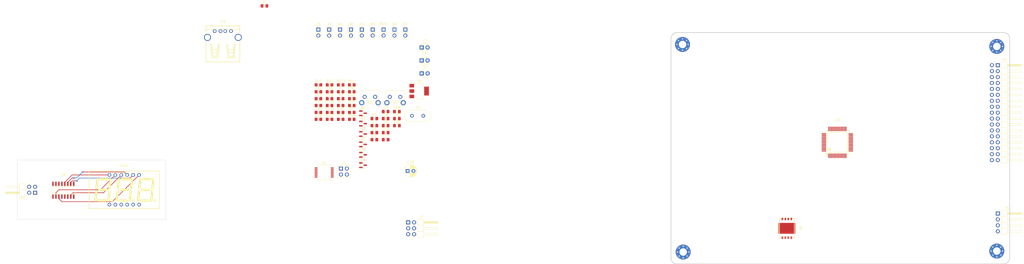
<source format=kicad_pcb>
(kicad_pcb (version 20221018) (generator pcbnew)
  (layers (0 "F.Cu" signal) (31 "B.Cu" signal) (34 "B.Paste" user) (35 "F.Paste" user) (36 "B.SilkS" user "B.Silkscreen") (37 "F.SilkS" user "F.Silkscreen") (38 "B.Mask" user) (39 "F.Mask" user) (44 "Edge.Cuts" user))
  (net 0 "")
  (net 1 "+5V")
  (net 2 "Net-(P3-VBUS)")
  (net 3 "GND")
  (net 4 "Net-(U3-PH0)")
  (net 5 "NRST")
  (net 6 "Net-(U3-PH1)")
  (net 7 "+3.3V")
  (net 8 "BOOT_0")
  (net 9 "USART1_RX")
  (net 10 "USART1_TX")
  (net 11 "JTCK-SWCLK")
  (net 12 "PIN4")
  (net 13 "J7_PIN1")
  (net 14 "J7_PIN2")
  (net 15 "DISP_CLK")
  (net 16 "DISP_DIO")
  (net 17 "JUMPER_JA")
  (net 18 "JUMPER_JB")
  (net 19 "JUMPER_JC")
  (net 20 "/CLK")
  (net 21 "/DIO")
  (net 22 "Net-(L3-A)")
  (net 23 "Net-(L4-K)")
  (net 24 "DSEL")
  (net 25 "Net-(LED1-E)")
  (net 26 "Net-(LED1-D)")
  (net 27 "Net-(LED1-C)")
  (net 28 "Net-(LED1-G)")
  (net 29 "Net-(LED1-NC)")
  (net 30 "Net-(LED1-B)")
  (net 31 "Net-(LED1-DIG3)")
  (net 32 "Net-(LED1-DIG2)")
  (net 33 "Net-(LED1-F)")
  (net 34 "Net-(LED1-A)")
  (net 35 "Net-(LED1-DIG1)")
  (net 36 "MTRON")
  (net 37 "DSKCHG")
  (net 39 "INDEX")
  (net 40 "DS0")
  (net 41 "DS1")
  (net 43 "DIR")
  (net 44 "STEP")
  (net 45 "WDATA")
  (net 46 "WGATE")
  (net 47 "TRK00")
  (net 48 "WPT")
  (net 49 "RDDATA")
  (net 50 "SIDE")
  (net 51 "READY")
  (net 53 "Net-(P3-D-)")
  (net 54 "Net-(P3-D+)")
  (net 55 "Net-(Q1-G)")
  (net 56 "Net-(Q2-G)")
  (net 57 "Net-(Q3-G)")
  (net 58 "Net-(Q4-G)")
  (net 59 "Net-(Q5-G)")
  (net 60 "Net-(Q6-G)")
  (net 61 "OTG_FS_DP")
  (net 62 "OTG_FS_DM")
  (net 63 "Net-(RN1-Pad1)")
  (net 64 "Net-(RN2-Pad1)")
  (net 65 "Net-(RN3-Pad1)")
  (net 66 "Net-(RN4-Pad1)")
  (net 67 "Net-(RN5-Pad1)")
  (net 68 "Net-(RN6-Pad1)")
  (net 69 "/BTN_RIGHT")
  (net 70 "/BTN_LEFT")
  (net 85 "SPI_FLASH_CS")
  (net 86 "SPI_FLASH_CLK")
  (net 87 "SPI_FLASH_DO")
  (net 88 "SPI_FLASH_DI")
  (footprint "OmegaGOTEK_Library:SOIC-16_L9.9-W3.9-P1.27-LS6.0-BL" (layer "F.Cu") (at 106.05 117.04)
    (fp_text reference "U5")
    (fp_text value "TM1651")
  )
  (footprint "Capacitor_SMD:C_0805_2012Metric_Pad1.18x1.45mm_HandSolder" (layer "F.Cu") (at 243.805 92.375)
    (fp_text reference "C16")
    (fp_text value "100nF")
  )
  (footprint "Capacitor_SMD:C_0805_2012Metric_Pad1.18x1.45mm_HandSolder" (layer "F.Cu") (at 248.615 83.345)
    (fp_text reference "C18")
    (fp_text value "100nF")
  )
  (footprint "Resistor_SMD:R_0805_2012Metric_Pad1.20x1.40mm_HandSolder" (layer "F.Cu") (at 219.825 83.715)
    (fp_text reference "PU11")
    (fp_text value "1K")
  )
  (footprint "Resistor_SMD:R_0805_2012Metric_Pad1.20x1.40mm_HandSolder" (layer "F.Cu") (at 215.075 74.865)
    (fp_text reference "PU2")
    (fp_text value "1K")
  )
  (footprint "Resistor_SMD:R_0805_2012Metric_Pad1.20x1.40mm_HandSolder" (layer "F.Cu") (at 229.325 77.815)
    (fp_text reference "RN3")
    (fp_text value "1K")
  )
  (footprint "Button_Switch_THT:SW_Tactile_SKHH_Angled" (layer "F.Cu") (at 234.825 77.065)
    (fp_text reference "S3")
    (fp_text value "SW_MEC_5E")
  )
  (footprint "Resistor_SMD:R_0805_2012Metric_Pad1.20x1.40mm_HandSolder" (layer "F.Cu") (at 229.325 86.665)
    (fp_text reference "RN6")
    (fp_text value "1K")
  )
  (footprint "MountingHole:MountingHole_3.2mm_M3_Pad_Via" (layer "F.Cu") (at 370.98 143.51)
    (fp_text reference "H2" hide)
    (fp_text value "MountingHole" hide)
  )
  (footprint "Resistor_SMD:R_0805_2012Metric_Pad1.20x1.40mm_HandSolder" (layer "F.Cu") (at 215.075 86.665)
    (fp_text reference "PU6")
    (fp_text value "1K")
  )
  (footprint "Connector_PinHeader_2.54mm:PinHeader_2x02_P2.54mm_Vertical" (layer "F.Cu") (at 224.675 107.775)
    (fp_text reference "J4")
    (fp_text value "Conn_01x04_Pin")
  )
  (footprint "Package_TO_SOT_SMD:SOT-23" (layer "F.Cu") (at 234.145 101.865)
    (fp_text reference "Q5")
    (fp_text value "MOFSET N DGS")
  )
  (footprint "LED_THT:LED_D3.0mm" (layer "F.Cu") (at 259.185 67.005)
    (fp_text reference "L5")
    (fp_text value "LED")
  )
  (footprint "MountingHole:MountingHole_3.2mm_M3_Pad_Via" (layer "F.Cu") (at 505.032944 55.452944)
    (fp_text reference "H4" hide)
    (fp_text value "MountingHole" hide)
  )
  (footprint "Package_TO_SOT_SMD:SOT-23" (layer "F.Cu") (at 234.145 97.415)
    (fp_text reference "Q4")
    (fp_text value "MOFSET N DGS")
  )
  (footprint "Resistor_SMD:R_0805_2012Metric_Pad1.20x1.40mm_HandSolder" (layer "F.Cu") (at 224.575 83.715)
    (fp_text reference "R20")
    (fp_text value "1K")
  )
  (footprint "Capacitor_SMD:C_0805_2012Metric_Pad1.18x1.45mm_HandSolder" (layer "F.Cu") (at 238.995 86.355)
    (fp_text reference "C3")
    (fp_text value "22pF")
  )
  (footprint "OmegaGOTEK_Library:FloppyHeader_2x17_P2.54mm_Horizontal" (layer "F.Cu") (at 502.92 63.5)
    (fp_text reference "P1")
    (fp_text value " FLOPPY CONNECTOR")
  )
  (footprint "Connector_PinHeader_2.54mm:PinHeader_1x02_P2.54mm_Vertical" (layer "F.Cu") (at 252.225 48.255)
    (fp_text reference "S1")
    (fp_text value "Conn_01x02_Pin")
  )
  (footprint "Button_Switch_THT:SW_Tactile_SKHH_Angled" (layer "F.Cu") (at 245.575 77.065)
    (fp_text reference "S4")
    (fp_text value "SW_MEC_5E")
  )
  (footprint "Resistor_SMD:R_0805_2012Metric_Pad1.20x1.40mm_HandSolder" (layer "F.Cu") (at 219.825 71.915)
    (fp_text reference "PU7")
    (fp_text value "1K")
  )
  (footprint "Resistor_SMD:R_0805_2012Metric_Pad1.20x1.40mm_HandSolder" (layer "F.Cu") (at 219.825 74.865)
    (fp_text reference "PU8")
    (fp_text value "1K")
  )
  (footprint "Capacitor_SMD:C_0805_2012Metric_Pad1.18x1.45mm_HandSolder" (layer "F.Cu") (at 248.615 86.355)
    (fp_text reference "C20")
    (fp_text value "100nF")
  )
  (footprint "MountingHole:MountingHole_3.2mm_M3_Pad_Via" (layer "F.Cu") (at 505.032944 143.082944)
    (fp_text reference "H3" hide)
    (fp_text value "MountingHole" hide)
  )
  (footprint "Capacitor_SMD:C_0805_2012Metric_Pad1.18x1.45mm_HandSolder" (layer "F.Cu") (at 243.805 83.345)
    (fp_text reference "C7")
    (fp_text value "100nF")
  )
  (footprint "Capacitor_SMD:C_0805_2012Metric_Pad1.18x1.45mm_HandSolder" (layer "F.Cu") (at 248.615 89.365)
    (fp_text reference "C23")
    (fp_text value "100nF")
  )
  (footprint "Resistor_SMD:R_0805_2012Metric_Pad1.20x1.40mm_HandSolder" (layer "F.Cu") (at 215.075 80.765)
    (fp_text reference "PU4")
    (fp_text value "1K")
  )
  (footprint "Connector_PinHeader_2.54mm:PinHeader_2x03_P2.54mm_Horizontal" (layer "F.Cu") (at 253.43 130.805)
    (fp_text reference "J7")
    (fp_text value "Conn_02x03_Counter_Clockwise")
  )
  (footprint "Resistor_SMD:R_0805_2012Metric_Pad1.20x1.40mm_HandSolder" (layer "F.Cu") (at 219.825 86.665)
    (fp_text reference "PU12")
    (fp_text value "1K")
  )
  (footprint "MountingHole:MountingHole_3.2mm_M3_Pad_Via" (layer "F.Cu") (at 370.7 54.61)
    (fp_text reference "H1" hide)
    (fp_text value "MountingHole" hide)
  )
  (footprint "OmegaGOTEK_Library:LQFP-64_L10.0-W10.0-P0.50-LS12.0-BL" (layer "F.Cu") (at 436.88 96.52)
    (fp_text reference "U3")
    (fp_text value "AT32F435RGT7")
  )
  (footprint "Capacitor_THT:CP_Radial_D5.0mm_P2.50mm" (layer "F.Cu") (at 253.204775 108.785)
    (fp_text reference "C19")
    (fp_text value "10µF")
  )
  (footprint "Connector_PinHeader_2.54mm:PinHeader_1x02_P2.54mm_Vertical" (layer "F.Cu") (at 247.575 48.255)
    (fp_text reference "S0")
    (fp_text value "Conn_01x02_Pin")
  )
  (footprint "Connector_PinHeader_2.54mm:PinHeader_1x02_P2.54mm_Vertical" (layer "F.Cu") (at 224.325 48.255)
    (fp_text reference "JA1")
    (fp_text value "Conn_01x02_Pin")
  )
  (footprint "Resistor_SMD:R_0805_2012Metric_Pad1.20x1.40mm_HandSolder" (layer "F.Cu") (at 215.075 83.715)
    (fp_text reference "PU5")
    (fp_text value "1K")
  )
  (footprint "Connector_PinHeader_2.54mm:PinHeader_1x02_P2.54mm_Vertical" (layer "F.Cu") (at 228.975 48.255)
    (fp_text reference "JB1")
    (fp_text value "Conn_01x02_Pin")
  )
  (footprint "Capacitor_SMD:C_0805_2012Metric_Pad1.18x1.45mm_HandSolder" (layer "F.Cu") (at 243.805 86.355)
    (fp_text reference "C8")
    (fp_text value "100nF")
  )
  (footprint "Connector_PinHeader_2.54mm:PinHeader_1x02_P2.54mm_Vertical" (layer "F.Cu") (at 233.625 48.255)
    (fp_text reference "JC1")
    (fp_text value "Conn_01x02_Pin")
  )
  (footprint "Capacitor_SMD:C_0805_2012Metric_Pad1.18x1.45mm_HandSolder" (layer "F.Cu") (at 238.995 89.365)
    (fp_text reference "C4")
    (fp_text value "100nF")
  )
  (footprint "Resistor_SMD:R_0805_2012Metric_Pad1.20x1.40mm_HandSolder" (layer "F.Cu") (at 215.075 77.815)
    (fp_text reference "PU3")
    (fp_text value "1K")
  )
  (footprint "Resistor_SMD:R_0805_2012Metric_Pad1.20x1.40mm_HandSolder" (layer "F.Cu") (at 224.575 71.915)
    (fp_text reference "PU13")
    (fp_text value "1K")
  )
  (footprint "OmegaGOTEK_Library:LED-SEG-TH_SLR0403BRA1BD" (layer "F.Cu") (at 132.08 116.84)
    (fp_text reference "LED1")
    (fp_text value "SLR0403BRA1BD")
  )
  (footprint "Resistor_SMD:R_0805_2012Metric_Pad1.20x1.40mm_HandSolder" (layer "F.Cu") (at 229.325 74.865)
    (fp_text reference "RN2")
    (fp_text value "1K")
  )
  (footprint "Resistor_SMD:R_0805_2012Metric_Pad1.20x1.40mm_HandSolder" (layer "F.Cu") (at 215.075 71.915)
    (fp_text reference "PU1")
    (fp_text value "1K")
  )
  (footprint "Resistor_SMD:R_0805_2012Metric_Pad1.20x1.40mm_HandSolder" (layer "F.Cu") (at 219.825 80.765)
    (fp_text reference "PU10")
    (fp_text value "1K")
  )
  (footprint "Connector_PinHeader_2.54mm:PinHeader_1x02_P2.54mm_Vertical" (layer "F.Cu") (at 238.275 48.255)
    (fp_text reference "M0")
    (fp_text value "Conn_01x02_Pin")
  )
  (footprint "Package_TO_SOT_SMD:SOT-223-3_TabPin2" (layer "F.Cu") (at 258.125 74.565)
    (fp_text reference "U4")
    (fp_text value "AMS1117-3.3")
  )
  (footprint "Crystal:Crystal_HC49-U_Vertical" (layer "F.Cu") (at 255.045 85.165)
    (fp_text reference "Y1")
    (fp_text value "8 MHz")
  )
  (footprint "Capacitor_SMD:C_0805_2012Metric_Pad1.18x1.45mm_HandSolder" (layer "F.Cu") (at 238.995 92.375)
    (fp_text reference "C5")
    (fp_text value "22pF")
  )
  (footprint "LED_THT:LED_D3.0mm" (layer "F.Cu") (at 259.185 61.455)
    (fp_text reference "L4")
    (fp_text value "LED")
  )
  (footprint "Capacitor_SMD:C_0805_2012Metric_Pad1.18x1.45mm_HandSolder" (layer "F.Cu") (at 238.995 95.385)
    (fp_text reference "C6")
    (fp_text value "100nF")
  )
  (footprint "Resistor_SMD:R_0805_2012Metric_Pad1.20x1.40mm_HandSolder" (layer "F.Cu") (at 229.325 80.765)
    (fp_text reference "RN4")
    (fp_text value "1K")
  )
  (footprint "Package_TO_SOT_SMD:SOT-23" (layer "F.Cu") (at 234.145 88.515)
    (fp_text reference "Q2")
    (fp_text value "MOFSET N DGS")
  )
  (footprint "Resistor_SMD:R_0805_2012Metric_Pad1.20x1.40mm_HandSolder" (layer "F.Cu") (at 224.575 77.815)
    (fp_text reference "R2")
    (fp_text value "22")
  )
  (footprint "Connector_PinHeader_2.54mm:PinHeader_1x02_P2.54mm_Vertical" (layer "F.Cu") (at 242.925 48.255)
    (fp_text reference "RST1")
    (fp_text value "Conn_01x02_Pin")
  )
  (footprint "Resistor_SMD:R_0805_2012Metric_Pad1.20x1.40mm_HandSolder" (layer "F.Cu") (at 224.575 86.665)
    (fp_text reference "R21")
    (fp_text value "1K")
  )
  (footprint "Connector_PinHeader_2.54mm:PinHeader_1x04_P2.54mm_Horizontal" (layer "F.Cu") (at 505.46 127)
    (fp_text reference "P2")
    (fp_text value "PWR")
  )
  (footprint "Capacitor_SMD:C_0805_2012Metric_Pad1.18x1.45mm_HandSolder" (layer "F.Cu") (at 243.805 89.365)
    (fp_text reference "C9")
    (fp_text value "100nF")
  )
  (footprint "Resistor_SMD:R_0805_2012Metric_Pad1.20x1.40mm_HandSolder" (layer "F.Cu") (at 229.325 83.715)
    (fp_text reference "RN5")
    (fp_text value "1K")
  )
  (footprint "Connector_PinHeader_2.54mm:PinHeader_2x02_P2.54mm_Horizontal" (layer "F.Cu") (at 93.98 118.11 180)
    (fp_text reference "JP1")
    (fp_text value "Conn_02x02_Top_Bottom")
  )
  (footprint "Connector_PinHeader_2.54mm:PinHeader_1x02_P2.54mm_Vertical" (layer "F.Cu") (at 215.025 48.255)
    (fp_text reference "J3")
    (fp_text value "Conn_01x02_Pin")
  )
  (footprint "Package_TO_SOT_SMD:SOT-23" (layer "F.Cu") (at 234.145 84.065)
    (fp_text reference "Q1")
    (fp_text value "MOFSET N DGS")
  )
  (footprint "Package_TO_SOT_SMD:SOT-23" (layer "F.Cu") (at 234.145 92.965)
    (fp_text reference "Q3")
    (fp_text value "MOFSET N DGS")
  )
  (footprint "Resistor_SMD:R_0805_2012Metric_Pad1.20x1.40mm_HandSolder" (layer "F.Cu") (at 219.825 77.815)
    (fp_text reference "PU9")
    (fp_text value "1K")
  )
  (footprint "Connector_PinHeader_2.54mm:PinHeader_1x02_P2.54mm_Vertical" (layer "F.Cu") (at 219.675 48.255)
    (fp_text reference "J5")
    (fp_text value "Conn_01x02_Pin")
  )
  (footprint "Resistor_SMD:R_0805_2012Metric_Pad1.20x1.40mm_HandSolder" (layer "F.Cu") (at 224.575 80.765)
    (fp_text reference "R3")
    (fp_text value "1K")
  )
  (footprint "OmegaGOTEK_Library:USB-A-TH_676432911" (layer "F.Cu") (at 174.22 50.235)
    (fp_text reference "P3")
    (fp_text value "USB_A")
  )
  (footprint "Capacitor_SMD:C_0805_2012Metric_Pad1.18x1.45mm_HandSolder" (layer "F.Cu") (at 243.805 95.385)
    (fp_text reference "C17")
    (fp_text value "100nF")
  )
  (footprint "Resistor_SMD:R_0805_2012Metric_Pad1.20x1.40mm_HandSolder" (layer "F.Cu") (at 224.575 74.865)
    (fp_text reference "R1")
    (fp_text value "22")
  )
  (footprint "Resistor_SMD:R_0805_2012Metric_Pad1.20x1.40mm_HandSolder" (layer "F.Cu") (at 229.325 71.915)
    (fp_text reference "RN1")
    (fp_text value "1K")
  )
  (footprint "OmegaGOTEK_Library:WSON-8_L8.0-W6.0-P1.27-TL-EP" (layer "F.Cu") (at 415.29 133.35 -90)
    (fp_text reference "U8")
    (fp_text value "GD5F1GQ4UFYIGR")
  )
  (footprint "Package_TO_SOT_SMD:SOT-23" (layer "F.Cu") (at 234.145 106.315)
    (fp_text reference "Q6")
    (fp_text value "MOFSET N DGS")
  )
  (footprint "Package_SO:SSOP-14_5.3x6.2mm_P0.65mm" (layer "F.Cu") (at 217.525 109.425)
    (fp_text reference "U1")
    (fp_text value "74HC04")
  )
  (footprint "LED_THT:LED_D3.0mm" (layer "F.Cu") (at 259.185 55.905)
    (fp_text reference "L3")
    (fp_text value "LED")
  )
  (footprint "Capacitor_SMD:C_0805_2012Metric_Pad1.18x1.45mm_HandSolder" (layer "F.Cu") (at 192.0025 38.1)
    (fp_text reference "C1")
    (fp_text value "100nF")
  )
  (gr_line (start 508 148.59) (end 368.3 148.59) (stroke (width 0.3)) (layer "Edge.Cuts"))
  (gr_arc (start 365.76 52.07) (mid 366.503949 50.273949) (end 368.3 49.53) (stroke (width 0.3)) (layer "Edge.Cuts"))
  (gr_line (start 510.54 52.07) (end 510.54 146.05) (stroke (width 0.3)) (layer "Edge.Cuts"))
  (gr_line (start 368.3 49.53) (end 508 49.53) (stroke (width 0.3)) (layer "Edge.Cuts"))
  (gr_rect (start 86.36 104.14) (end 149.86 129.54) (stroke (width 0.1)) (fill none) (layer "Edge.Cuts"))
  (gr_arc (start 508 49.53) (mid 509.796051 50.273949) (end 510.54 52.07) (stroke (width 0.3)) (layer "Edge.Cuts"))
  (gr_arc (start 368.3 148.59) (mid 366.503949 147.846051) (end 365.76 146.05) (stroke (width 0.3)) (layer "Edge.Cuts"))
  (gr_line (start 365.76 146.05) (end 365.76 52.07) (stroke (width 0.3)) (layer "Edge.Cuts"))
  (gr_arc (start 510.54 146.05) (mid 509.796051 147.846051) (end 508 148.59) (stroke (width 0.3)) (layer "Edge.Cuts"))
  (segment (start 127 121.92) (end 105.41 121.92) (width 0.25) (layer "F.Cu") (net 30))
  (segment (start 138.43 110.49) (end 127 121.92) (width 0.25) (layer "F.Cu") (net 30))
  (segment (start 105.41 121.92) (end 104.14 120.65) (width 0.25) (layer "F.Cu") (net 30))
  (segment (start 104.14 120.65) (end 104.14 119.78) (width 0.25) (layer "F.Cu") (net 30))
  (segment (start 111.76 113.03) (end 111.72 112.99) (width 0.25) (layer "F.Cu") (net 31))
  (segment (start 135.89 110.49) (end 134.530497 111.849503) (width 0.25) (layer "F.Cu") (net 31))
  (segment (start 111.72 112.99) (end 109.845 112.99) (width 0.25) (layer "F.Cu") (net 31))
  (segment (start 134.530497 111.849503) (end 130.81 111.849503) (width 0.25) (layer "F.Cu") (net 31))
  (segment (start 109.845 112.99) (end 109.22 113.615) (width 0.25) (layer "F.Cu") (net 31))
  (segment (start 109.22 113.615) (end 109.22 114.3) (width 0.25) (layer "F.Cu") (net 31))
  (via (at 130.81 111.849503) (size 0.8) (drill 0.4) (layers "F.Cu" "B.Cu") (net 31))
  (via (at 111.76 113.03) (size 0.8) (drill 0.4) (layers "F.Cu" "B.Cu") (net 31))
  (segment (start 112.940497 111.849503) (end 111.76 113.03) (width 0.25) (layer "B.Cu") (net 31))
  (segment (start 130.81 111.849503) (end 112.940497 111.849503) (width 0.25) (layer "B.Cu") (net 31))
  (segment (start 132.08 109.22) (end 114.3 109.22) (width 0.25) (layer "F.Cu") (net 32))
  (segment (start 107.95 113.615) (end 107.95 114.3) (width 0.25) (layer "F.Cu") (net 32))
  (segment (start 109.805 111.76) (end 107.95 113.615) (width 0.25) (layer "F.Cu") (net 32))
  (segment (start 110.49 111.76) (end 109.805 111.76) (width 0.25) (layer "F.Cu") (net 32))
  (segment (start 133.35 110.49) (end 132.08 109.22) (width 0.25) (layer "F.Cu") (net 32))
  (via (at 114.3 109.22) (size 0.8) (drill 0.4) (layers "F.Cu" "B.Cu") (net 32))
  (via (at 110.49 111.76) (size 0.8) (drill 0.4) (layers "F.Cu" "B.Cu") (net 32))
  (segment (start 111.76 111.76) (end 110.49 111.76) (width 0.25) (layer "B.Cu") (net 32))
  (segment (start 114.3 109.22) (end 111.76 111.76) (width 0.25) (layer "B.Cu") (net 32))
  (segment (start 109.22 119.095) (end 109.22 119.78) (width 0.25) (layer "F.Cu") (net 33))
  (segment (start 130.81 110.49) (end 123.19 118.11) (width 0.25) (layer "F.Cu") (net 33))
  (segment (start 123.19 118.11) (end 110.205 118.11) (width 0.25) (layer "F.Cu") (net 33))
  (segment (start 110.205 118.11) (end 109.22 119.095) (width 0.25) (layer "F.Cu") (net 33))
  (segment (start 121.92 116.84) (end 104.14 116.84) (width 0.25) (layer "F.Cu") (net 34))
  (segment (start 128.27 110.49) (end 121.92 116.84) (width 0.25) (layer "F.Cu") (net 34))
  (segment (start 102.87 118.11) (end 102.87 119.78) (width 0.25) (layer "F.Cu") (net 34))
  (segment (start 104.14 116.84) (end 102.87 118.11) (width 0.25) (layer "F.Cu") (net 34))
  (segment (start 125.73 110.49) (end 109.805 110.49) (width 0.25) (layer "F.Cu") (net 35))
  (segment (start 109.805 110.49) (end 106.68 113.615) (width 0.25) (layer "F.Cu") (net 35))
  (segment (start 106.68 113.615) (end 106.68 114.3) (width 0.25) (layer "F.Cu") (net 35))
)
</source>
